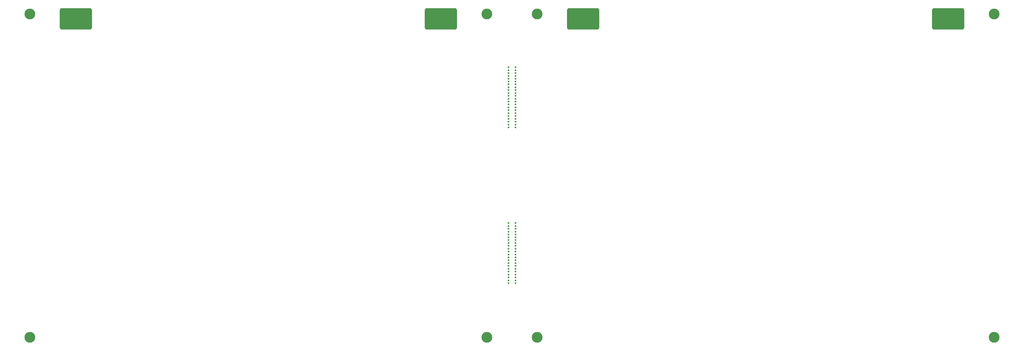
<source format=gts>
G04 #@! TF.GenerationSoftware,KiCad,Pcbnew,(6.0.11-0)*
G04 #@! TF.CreationDate,2023-02-19T21:32:45+08:00*
G04 #@! TF.ProjectId,3.1HeatingElement,332e3148-6561-4746-996e-67456c656d65,rev?*
G04 #@! TF.SameCoordinates,Original*
G04 #@! TF.FileFunction,Soldermask,Top*
G04 #@! TF.FilePolarity,Negative*
%FSLAX46Y46*%
G04 Gerber Fmt 4.6, Leading zero omitted, Abs format (unit mm)*
G04 Created by KiCad (PCBNEW (6.0.11-0)) date 2023-02-19 21:32:45*
%MOMM*%
%LPD*%
G01*
G04 APERTURE LIST*
G04 Aperture macros list*
%AMRoundRect*
0 Rectangle with rounded corners*
0 $1 Rounding radius*
0 $2 $3 $4 $5 $6 $7 $8 $9 X,Y pos of 4 corners*
0 Add a 4 corners polygon primitive as box body*
4,1,4,$2,$3,$4,$5,$6,$7,$8,$9,$2,$3,0*
0 Add four circle primitives for the rounded corners*
1,1,$1+$1,$2,$3*
1,1,$1+$1,$4,$5*
1,1,$1+$1,$6,$7*
1,1,$1+$1,$8,$9*
0 Add four rect primitives between the rounded corners*
20,1,$1+$1,$2,$3,$4,$5,0*
20,1,$1+$1,$4,$5,$6,$7,0*
20,1,$1+$1,$6,$7,$8,$9,0*
20,1,$1+$1,$8,$9,$2,$3,0*%
G04 Aperture macros list end*
%ADD10C,0.500000*%
%ADD11RoundRect,0.600000X-3.900000X2.400000X-3.900000X-2.400000X3.900000X-2.400000X3.900000X2.400000X0*%
%ADD12C,3.000000*%
G04 APERTURE END LIST*
D10*
X147025000Y-79000000D03*
X148975000Y-77400000D03*
X147025000Y-112000000D03*
X147025000Y-113600000D03*
X148975000Y-80600000D03*
X148975000Y-126350000D03*
D11*
X128200000Y-54400000D03*
D10*
X148975000Y-114400000D03*
X147025000Y-111200000D03*
X148975000Y-127150000D03*
D12*
X14000000Y-143000000D03*
X141000000Y-53000000D03*
D10*
X147025000Y-127950000D03*
X147025000Y-127150000D03*
X148975000Y-115200000D03*
X148975000Y-74200000D03*
X147025000Y-114400000D03*
X147025000Y-73400000D03*
X148975000Y-127950000D03*
X148975000Y-68650000D03*
X148975000Y-123950000D03*
X148975000Y-78200000D03*
X147025000Y-118350000D03*
X148975000Y-115950000D03*
X147025000Y-81400000D03*
X147025000Y-78200000D03*
X148975000Y-73400000D03*
D11*
X167800000Y-54400000D03*
D10*
X147025000Y-83000000D03*
X147025000Y-79800000D03*
X147025000Y-70250000D03*
X147025000Y-71050000D03*
X147025000Y-122350000D03*
X147025000Y-120750000D03*
D12*
X14000000Y-53000000D03*
D10*
X147025000Y-115950000D03*
X147025000Y-119950000D03*
X147025000Y-124750000D03*
X148975000Y-75800000D03*
X147025000Y-83800000D03*
X148975000Y-119950000D03*
X148975000Y-67850000D03*
X148975000Y-112800000D03*
D12*
X155000000Y-143000000D03*
D10*
X147025000Y-75800000D03*
X148975000Y-76600000D03*
X147025000Y-71850000D03*
X148975000Y-118350000D03*
X147025000Y-80600000D03*
X147025000Y-74200000D03*
X147025000Y-68650000D03*
X147025000Y-115200000D03*
X148975000Y-75000000D03*
X147025000Y-69450000D03*
X148975000Y-84600000D03*
X147025000Y-121550000D03*
X148975000Y-111200000D03*
X148975000Y-121550000D03*
X148975000Y-117550000D03*
X148975000Y-119150000D03*
X148975000Y-116750000D03*
X148975000Y-120750000D03*
X147025000Y-117550000D03*
X148975000Y-83800000D03*
X147025000Y-116750000D03*
D12*
X141000000Y-143000000D03*
D10*
X148975000Y-113600000D03*
X147025000Y-72600000D03*
X148975000Y-124750000D03*
X147025000Y-76600000D03*
X147025000Y-67850000D03*
X147025000Y-126350000D03*
X148975000Y-122350000D03*
X148975000Y-125550000D03*
D12*
X282000000Y-143000000D03*
D10*
X148975000Y-82200000D03*
X148975000Y-72600000D03*
D11*
X26800000Y-54400000D03*
D10*
X147025000Y-123950000D03*
X147025000Y-84600000D03*
X148975000Y-83000000D03*
X147025000Y-112800000D03*
X147025000Y-75000000D03*
X148975000Y-69450000D03*
X147025000Y-77400000D03*
X148975000Y-79800000D03*
D11*
X269200000Y-54400000D03*
D10*
X148975000Y-70250000D03*
X147025000Y-119150000D03*
X147025000Y-82200000D03*
D12*
X282000000Y-53000000D03*
D10*
X147025000Y-123150000D03*
D12*
X155000000Y-53000000D03*
D10*
X147025000Y-125550000D03*
X148975000Y-81400000D03*
X148975000Y-112000000D03*
X148975000Y-79000000D03*
X148975000Y-123150000D03*
X148975000Y-71050000D03*
X148975000Y-71850000D03*
M02*

</source>
